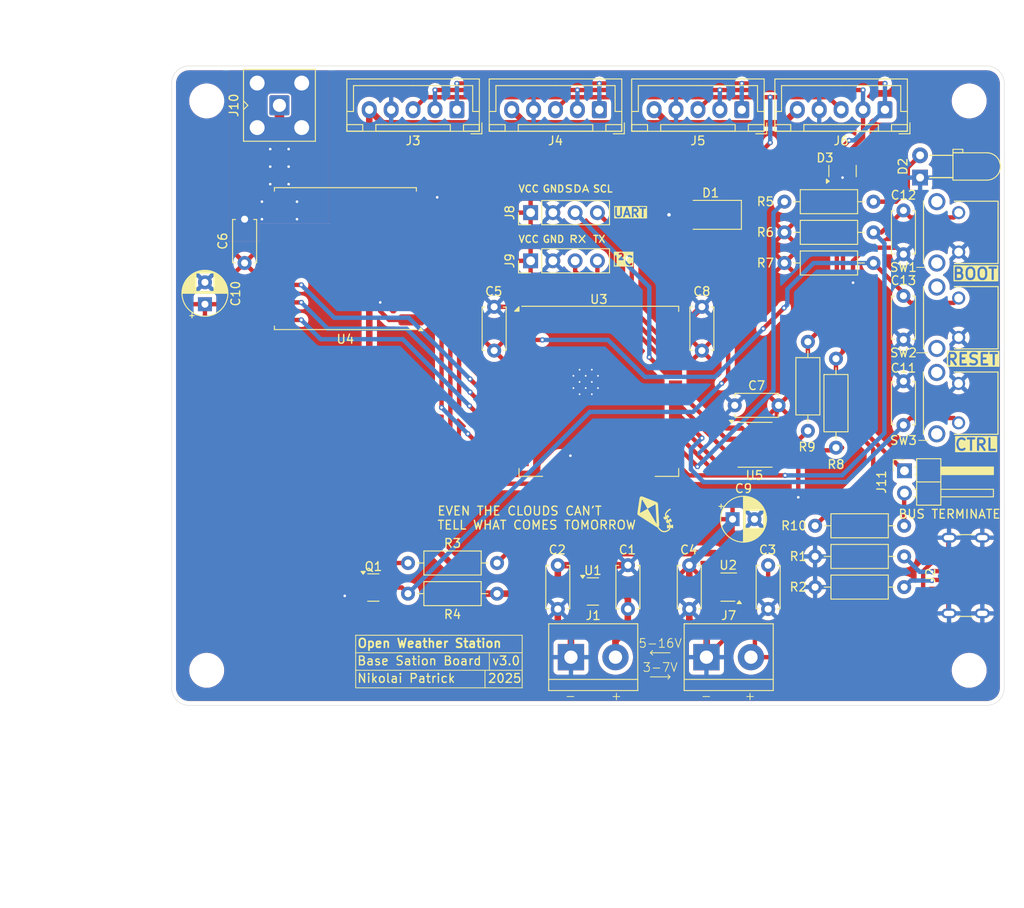
<source format=kicad_pcb>
(kicad_pcb (version 20241229) (generator "pcbnew") (generator_version "9.0")
  (layers (0 "F.Cu" signal) (2 "B.Cu" signal) (13 "F.Paste" user) (15 "B.Paste" user) (5 "F.SilkS" user "F.Silkscreen") (7 "B.SilkS" user "B.Silkscreen") (1 "F.Mask" user) (3 "B.Mask" user) (25 "Edge.Cuts" user))
  (net 0 "")
  (net 1 "+3.3V")
  (net 2 "GND")
  (net 3 "+5V")
  (net 4 "/BOOT")
  (net 5 "/ESP32_RESET")
  (net 6 "Net-(D2-A)")
  (net 7 "Net-(J2-CC1)")
  (net 8 "/SCL")
  (net 9 "/SDA")
  (net 10 "/ESP32_TX")
  (net 11 "/ESP32_RX")
  (net 12 "/LED_1")
  (net 13 "/BTN_1")
  (net 14 "/MOSI")
  (net 15 "/LORA_CS")
  (net 16 "/RS485_B")
  (net 17 "/RS485_A")
  (net 18 "Net-(J2-CC2)")
  (net 19 "/SCK")
  (net 20 "/MISO")
  (net 21 "Net-(J10-In)")
  (net 22 "Net-(J11-Pin_2)")
  (net 23 "Net-(U5-A)")
  (net 24 "/WAKEUP_EXT")
  (net 25 "Net-(U5-B)")
  (net 35 "/LORA_RESET")
  (net 38 "Net-(Q1-G)")
  (net 39 "/LORA_DIO2")
  (net 40 "/LORA_DIO1")
  (net 41 "/LORA_DIO0")
  (net 43 "/RS485_RE")
  (net 44 "/RS485_DE")
  (net 45 "/RS485_DI")
  (net 47 "/RS485_RO")
  (net 52 "/WAKEUP_IO")
  (net 53 "Net-(J1-Pin_2)")
  (footprint "Resistor_THT:R_Axial_DIN0207_L6.3mm_D2.5mm_P10.16mm_Horizontal" (layer "F.Cu") (at 140.23 75.62)
    (property "Reference" "R6")
    (property "Value" "10K")
  )
  (footprint "MountingHole:MountingHole_3.5mm" (layer "F.Cu") (at 161.31 125.62)
    (property "Reference" "H3" (hide yes))
    (property "Value" "Hole")
  )
  (footprint "Capacitor_THT:C_Disc_D4.7mm_W2.5mm_P5.00mm" (layer "F.Cu") (at 138.3725 113.62 -90)
    (property "Reference" "C3")
    (property "Value" "1uF")
  )
  (footprint "Connector_JST:JST_XH_B5B-XH-A_1x05_P2.50mm_Vertical" (layer "F.Cu") (at 119.11 61.62 180)
    (property "Reference" "J4")
    (property "Value" "PORT2")
  )
  (footprint "RF_Module:ESP32-WROOM-32UE" (layer "F.Cu") (at 119.055 93.77)
    (property "Reference" "U3")
    (property "Value" "ESP32-WROOM-32UE")
  )
  (footprint "Connector_JST:JST_XH_B5B-XH-A_1x05_P2.50mm_Vertical" (layer "F.Cu") (at 151.7 61.62 180)
    (property "Reference" "J6")
    (property "Value" "PORT4")
  )
  (footprint "push_switch_90deg:SW_1-1825027-1" (layer "F.Cu") (at 160.1 95.12 90)
    (property "Reference" "SW3")
    (property "Value" "BTN_1")
  )
  (footprint "LOGO" (layer "F.Cu") (at 125.56 107.87)
    (property "Reference" "G***" (hide yes))
    (property "Value" "LOGO" (hide yes))
  )
  (footprint "Resistor_THT:R_Axial_DIN0207_L6.3mm_D2.5mm_P10.16mm_Horizontal" (layer "F.Cu") (at 140.23 79.12)
    (property "Reference" "R7")
    (property "Value" "10K")
  )
  (footprint "Resistor_THT:R_Axial_DIN0207_L6.3mm_D2.5mm_P10.16mm_Horizontal" (layer "F.Cu") (at 146.11 100.2 90)
    (property "Reference" "R8")
    (property "Value" "10R")
  )
  (footprint "Connector_JST:JST_XH_B5B-XH-A_1x05_P2.50mm_Vertical" (layer "F.Cu") (at 135.36 61.62 180)
    (property "Reference" "J5")
    (property "Value" "PORT3")
  )
  (footprint "Connector_JST:JST_XH_B5B-XH-A_1x05_P2.50mm_Vertical" (layer "F.Cu") (at 102.86 61.62 180)
    (property "Reference" "J3")
    (property "Value" "PORT1")
  )
  (footprint "RF_Module:HOPERF_RFM9XW_SMD" (layer "F.Cu") (at 90.135 78.62 180)
    (property "Reference" "U4")
    (property "Value" "~")
  )
  (footprint "Package_TO_SOT_SMD:SOT-23-5_HandSoldering" (layer "F.Cu") (at 133.8725 116.12 180)
    (property "Reference" "U2")
    (property "Value" "STLQ015M33R")
  )
  (footprint "Resistor_THT:R_Axial_DIN0207_L6.3mm_D2.5mm_P10.16mm_Horizontal" (layer "F.Cu") (at 143.73 109.12)
    (property "Reference" "R10")
    (property "Value" "120R")
  )
  (footprint "Connector_PinHeader_2.54mm:PinHeader_1x04_P2.54mm_Vertical" (layer "F.Cu") (at 111.27 78.87 90)
    (property "Reference" "J9")
    (property "Value" "PROGRAM")
  )
  (footprint "Package_TO_SOT_SMD:SOT-23" (layer "F.Cu") (at 93.3275 116.17)
    (property "Reference" "Q1")
    (property "Value" "BSS138")
  )
  (footprint "Capacitor_THT:CP_Radial_D5.0mm_P2.50mm" (layer "F.Cu") (at 74.11 83.825113 90)
    (property "Reference" "C10")
    (property "Value" "10uF")
  )
  (footprint "MountingHole:MountingHole_3.5mm" (layer "F.Cu") (at 74.31 125.62)
    (property "Reference" "H2" (hide yes))
    (property "Value" "Hole")
  )
  (footprint "Connector_Coaxial:SMA_Amphenol_901-143_Horizontal" (layer "F.Cu") (at 82.61 61.12)
    (property "Reference" "J10")
    (property "Value" "ANTENNA")
  )
  (footprint "Resistor_THT:R_Axial_DIN0207_L6.3mm_D2.5mm_P10.16mm_Horizontal" (layer "F.Cu") (at 153.89 112.62 180)
    (property "Reference" "R1")
    (property "Value" "5K1")
  )
  (footprint "Capacitor_THT:C_Disc_D4.7mm_W2.5mm_P5.00mm" (layer "F.Cu") (at 78.635 79.12 90)
    (property "Reference" "C6")
    (property "Value" "0.1uF")
  )
  (footprint "Capacitor_THT:C_Disc_D4.7mm_W2.5mm_P5.00mm" (layer "F.Cu") (at 122.3725 118.62 90)
    (property "Reference" "C1")
    (property "Value" "1uF")
  )
  (footprint "Capacitor_THT:C_Disc_D4.7mm_W2.5mm_P5.00mm" (layer "F.Cu") (at 153.81 97.62 90)
    (property "Reference" "C11")
    (property "Value" "0.1uF")
  )
  (footprint "Capacitor_THT:C_Disc_D4.7mm_W2.5mm_P5.00mm" (layer "F.Cu") (at 153.81 82.87 -90)
    (property "Reference" "C13")
    (property "Value" "0.1uF")
  )
  (footprint "Diode_SMD:D_SMA" (layer "F.Cu") (at 131.81 73.62 180)
    (property "Reference" "D1")
    (property "Value" "SMAJ5.0A")
  )
  (footprint "Capacitor_THT:C_Disc_D4.7mm_W2.5mm_P5.00mm" (layer "F.Cu") (at 153.81 73.12 -90)
    (property "Reference" "C12")
    (property "Value" "0.1uF")
  )
  (footprint "Capacitor_THT:C_Disc_D4.7mm_W2.5mm_P5.00mm" (layer "F.Cu") (at 130.81 89.12 90)
    (property "Reference" "C8")
    (property "Value" "0.1uF")
  )
  (footprint "MountingHole:MountingHole_3.5mm" (layer "F.Cu") (at 161.31 60.62)
    (property "Reference" "H4" (hide yes))
    (property "Value" "Hole")
  )
  (footprint "Capacitor_THT:C_Disc_D4.7mm_W2.5mm_P5.00mm" (layer "F.Cu") (at 114.3725 113.62 -90)
    (property "Reference" "C2")
    (property "Value" "1uF")
  )
  (footprint "Resistor_THT:R_Axial_DIN0207_L6.3mm_D2.5mm_P10.16mm_Horizontal" (layer "F.Cu") (at 142.905 98.275 90)
    (property "Reference" "R9")
    (property "Value" "10R")
  )
  (footprint "push_switch_90deg:SW_1-1825027-1" (layer "F.Cu") (at 160.11 75.62 90)
    (property "Reference" "SW1")
    (property "Value" "BOOT")
  )
  (footprint "Resistor_THT:R_Axial_DIN0207_L6.3mm_D2.5mm_P10.16mm_Horizontal" (layer "F.Cu") (at 107.44 116.87 180)
    (property "Reference" "R4")
    (property "Value" "10k")
  )
  (footprint "Capacitor_THT:C_Disc_D4.7mm_W2.5mm_P5.00mm" (layer "F.Cu") (at 129.3725 113.62 -90)
    (property "Reference" "C4")
    (property "Value" "1uF")
  )
  (footprint "Connector_PinHeader_2.54mm:PinHeader_1x02_P2.54mm_Horizontal" (layer "F.Cu") (at 153.925 102.845)
    (property "Reference" "J11")
    (property "Value" "RS485_TERM")
  )
  (footprint "Resistor_THT:R_Axial_DIN0207_L6.3mm_D2.5mm_P10.16mm_Horizontal" (layer "F.Cu") (at 97.28 113.37)
    (property "Reference" "R3")
    (property "Value" "100R")
  )
  (footprint "Package_TO_SOT_SMD:SOT-23" (layer "F.Cu") (at 118.3725 116.62)
    (property "Reference" "U1")
    (property "Value" "MCP1703Ax-330xxTT")
  )
  (footprint "Capacitor_THT:CP_Radial_D5.0mm_P2.50mm" (layer "F.Cu") (at 134.31 108.37)
    (property "Reference" "C9")
    (property "Value" "10uF")
  )
  (footprint "MountingHole:MountingHole_3.5mm" (layer "F.Cu") (at 74.31 60.62)
    (property "Reference" "H1" (hide yes))
    (property "Value" "Hole")
  )
  (footprint "TerminalBlock:TerminalBlock_bornier-2_P5.08mm" (layer "F.Cu") (at 115.8725 124.12)
    (property "Reference" "J1")
    (property "Value" "5-16V")
  )
  (footprint "Capacitor_THT:C_Disc_D4.7mm_W2.5mm_P5.00mm" (layer "F.Cu") (at 107.11 89.12 90)
    (property "Reference" "C5")
    (property "Value" "0.1uF")
  )
  (footprint "TerminalBlock:TerminalBlock_bornier-2_P5.08mm" (layer "F.Cu") (at 131.3325 124.12)
    (property "Reference" "J7")
    (property "Value" "3.3-5V")
  )
  (footprint "Connector_USB:USB_C_Receptacle_GCT_USB4125-xx-x-0190_6P_TopMnt_Horizontal" (layer "F.Cu") (at 162.01 114.8 90)
    (property "Reference" "J2")
    (property "Value" "USB_PWR_IN")
  )
  (footprint "Connector_PinHeader_2.54mm:PinHeader_1x04_P2.54mm_Vertical" (layer "F.Cu") (at 111.27 73.37 90)
    (property "Reference" "J8")
    (property "Value" "I2C")
  )
  (footprint "Capacitor_THT:C_Disc_D4.7mm_W2.5mm_P5.00mm" (layer "F.Cu") (at 139.56 95.37 180)
    (property "Reference" "C7")
    (property "Value" "0.1uF")
  )
  (footprint "Package_SO:SOIC-8_3.9x4.9mm_P1.27mm" (layer "F.Cu") (at 136.88 99.87)
    (property "Reference" "U5")
    (property "Value" "SP3072EEN-L")
  )
  (footprint "Resistor_THT:R_Axial_DIN0207_L6.3mm_D2.5mm_P10.16mm_Horizontal" (layer "F.Cu") (at 140.23 72.12)
    (property "Reference" "R5")
    (property "Value" "1K")
  )
  (footprint "Resistor_THT:R_Axial_DIN0207_L6.3mm_D2.5mm_P10.16mm_Horizontal" (layer "F.Cu") (at 153.89 116.12 180)
    (property "Reference" "R2")
    (property "Value" "5K1")
  )
  (footprint "Package_TO_SOT_SMD:SOT-23" (layer "F.Cu") (at 146.86 68.62 90)
    (property "Reference" "D3")
    (property "Value" "SM712_SOT23")
  )
  (footprint "push_switch_90deg:SW_1-1825027-1" (layer "F.Cu") (at 160.11 85.37 90)
    (property "Reference" "SW2")
    (property "Value" "RESET")
  )
  (footprint "LED_THT:LED_D3.0mm_Horizontal_O3.81mm_Z2.0mm" (layer "F.Cu") (at 155.71 69.37 90)
    (property "Reference" "D2")
    (property "Value" "LED_1")
  )
  (gr_line (start 91.31 127.62) (end 110.31 127.62) (stroke (width 0.1)) (layer "F.SilkS"))
  (gr_line (start 155.56 99.37) (end 156.56 99.37) (stroke (width 0.1)) (layer "F.SilkS"))
  (gr_line (start 124.935 123.62) (end 125.185 123.37) (stroke (width 0.1)) (layer "F.SilkS"))
  (gr_line (start 124.935 123.62) (end 125.185 123.87) (stroke (width 0.1)) (layer "F.SilkS"))
  (gr_line (start 110.31 125.62) (end 91.31 125.62) (stroke (width 0.1)) (layer "F.SilkS"))
  (gr_line (start 127.185 123.62) (end 124.935 123.62) (stroke (width 0.1)) (layer "F.SilkS"))
  (gr_line (start 155.31 89.37) (end 156.56 89.37) (stroke (width 0.1)) (layer "F.SilkS"))
  (gr_line (start 110.31 121.62) (end 91.31 121.62) (stroke (width 0.1)) (layer "F.SilkS"))
  (gr_line (start 91.31 123.62) (end 110.31 123.62) (stroke (width 0.1)) (layer "F.SilkS"))
  (gr_line (start 91.31 121.62) (end 91.31 127.62) (stroke (width 0.1)) (layer "F.SilkS"))
  (gr_line (start 155.31 79.62) (end 156.31 79.62) (stroke (width 0.1)) (layer "F.SilkS"))
  (gr_line (start 106.06 127.62) (end 106.06 125.62) (stroke (width 0.1)) (layer "F.SilkS"))
  (gr_line (start 106.56 123.62) (end 106.56 125.62) (stroke (width 0.1)) (layer "F.SilkS"))
  (gr_line (start 110.31 127.62) (end 110.31 121.62) (stroke (width 0.1)) (layer "F.SilkS"))
  (gr_line (start 127.185 126.37) (end 126.935 126.62) (stroke (width 0.1)) (layer "F.SilkS"))
  (gr_line (start 126.935 126.12) (end 127.185 126.37) (stroke (width 0.1)) (layer "F.SilkS"))
  (gr_line (start 124.935 126.37) (end 127.185 126.37) (stroke (width 0.1)) (layer "F.SilkS"))
  (gr_arc (start 165.31 127.62) (mid 164.724214 129.034214) (end 163.31 129.62) (stroke (width 0.05)) (layer "Edge.Cuts"))
  (gr_arc (start 72.31 129.62) (mid 70.895786 129.034214) (end 70.31 127.62) (stroke (width 0.05)) (layer "Edge.Cuts"))
  (gr_line (start 72.31 56.62) (end 163.31 56.62) (stroke (width 0.05)) (layer "Edge.Cuts"))
  (gr_arc (start 70.31 58.62) (mid 70.895786 57.205786) (end 72.31 56.62) (stroke (width 0.05)) (layer "Edge.Cuts"))
  (gr_line (start 163.31 129.62) (end 72.31 129.62) (stroke (width 0.05)) (layer "Edge.Cuts"))
  (gr_line (start 70.31 127.62) (end 70.31 58.62) (stroke (width 0.05)) (layer "Edge.Cuts"))
  (gr_arc (start 163.31 56.62) (mid 164.724214 57.205786) (end 165.31 58.62) (stroke (width 0.05)) (layer "Edge.Cuts"))
  (gr_line (start 165.31 58.62) (end 165.31 127.62) (stroke (width 0.05)) (layer "Edge.Cuts"))
  (gr_text "BOOT" (at 159.31 81.12 0) (layer "F.SilkS" knockout) (effects (font (size 1.3 1.3) (thickness 0.25) (bold yes)) (justify left bottom)))
  (gr_text "-" (at 131.31 129.12 0) (layer "F.SilkS") (effects (font (size 1 1) (thickness 0.1)) (justify bottom)))
  (gr_text "VCC" (at 109.81 76.87 0) (layer "F.SilkS") (effects (font (size 0.8 0.8) (thickness 0.15) (bold yes)) (justify left bottom)))
  (gr_text "GND" (at 112.56 71.12 0) (layer "F.SilkS") (effects (font (size 0.8 0.8) (thickness 0.15) (bold yes)) (justify left bottom)))
  (gr_text "2025" (at 106.31 127.12 0) (layer "F.SilkS") (effects (font (size 1 1)) (justify left bottom)))
  (gr_text "CTRL" (at 159.56 100.62 0) (layer "F.SilkS" knockout) (effects (font (size 1.3 1.3) (thickness 0.25) (bold yes)) (justify left bottom)))
  (gr_text "Nikolai Patrick" (at 91.41 127.12 0) (layer "F.SilkS") (effects (font (size 1 1)) (justify left bottom)))
  (gr_text "GND" (at 112.56 76.87 0) (layer "F.SilkS") (effects (font (size 0.8 0.8) (thickness 0.15) (bold yes)) (justify left bottom)))
  (gr_text "BUS TERMINATE" (at 159.06 108.37 0) (layer "F.SilkS") (effects (font (size 1 1)) (justify bottom)))
  (gr_text "5-16V" (at 126.06 123.12 0) (layer "F.SilkS") (effects (font (size 1 1) (thickness 0.1)) (justify bottom)))
  (gr_text "+" (at 136.31 129.12 0) (layer "F.SilkS") (effects (font (size 1 1) (thickness 0.1)) (justify bottom)))
  (gr_text "-" (at 115.81 129.12 0) (layer "F.SilkS") (effects (font (size 1 1) (thickness 0.1)) (justify bottom)))
  (gr_text "SDA" (at 115.06 71.12 0) (layer "F.SilkS") (effects (font (size 0.8 1) (thickness 0.15) (bold yes)) (justify left bottom)))
  (gr_text "SCL\n" (at 118.31 71.12 0) (layer "F.SilkS") (effects (font (size 0.8 0.8) (thickness 0.15) (bold yes)) (justify left bottom)))
  (gr_text "Base Sation Board" (at 91.41 125.12 0) (layer "F.SilkS") (effects (font (size 1 1)) (justify left bottom)))
  (gr_text "I²C" (at 121.86 78.87 0) (layer "F.SilkS" knockout) (effects (font (size 1 1) (thickness 0.2) (bold yes))))
  (gr_text "TX" (at 118.31 76.87 0) (layer "F.SilkS") (effects (font (size 0.8 0.8) (thickness 0.15) (bold yes)) (justify left bottom)))
  (gr_text "Open Weather Station" (at 91.41 123.12 0) (layer "F.SilkS") (effects (font (size 1 1) (thickness 0.2) (bold yes)) (justify left bottom)))
  (gr_text "RX" (at 115.56 76.87 0) (layer "F.SilkS") (effects (font (size 0.8 1) (thickness 0.15) (bold yes)) (justify left bottom)))
  (gr_text "VCC" (at 109.81 71.12 0) (layer "F.SilkS") (effects (font (size 0.8 0.8) (thickness 0.15) (bold yes)) (justify left bottom)))
  (gr_text "v3.0" (at 106.81 125.12 0) (layer "F.SilkS") (effects (font (size 1 1)) (justify left bottom)))
  (gr_text "UART" (at 122.61 73.37 0) (layer "F.SilkS" knockout) (effects (font (size 1 1) (thickness 0.2) (bold yes))))
  (gr_text "3-7V" (at 126.06 125.87 0) (layer "F.SilkS") (effects (font (size 1 1) (thickness 0.1)) (justify bottom)))
  (gr_text "EVEN THE CLOUDS CAN'T\nTELL WHAT COMES TOMORROW" (at 100.56 109.62 0) (layer "F.SilkS") (effects (font (size 1 1)) (justify left bottom)))
  (gr_text "+" (at 121.06 129.12 0) (layer "F.SilkS") (effects (font (size 1 1) (thickness 0.1)) (justify bottom)))
  (gr_text "RESET" (at 158.56 90.87 0) (layer "F.SilkS" knockout) (effects (font (size 1.3 1.3) (thickness 0.25) (bold yes)) (justify left bottom)))
  (segment (start 139.355 95.575) (end 139.56 95.37) (width 0.5) (layer "F.Cu") (net 1))
  (segment (start 129.3725 115.6325) (end 129.3725 113.92) (width 0.75) (layer "F.Cu") (net 1))
  (segment (start 129.3725 113.92) (end 129.3725 113.62) (width 0.5) (layer "F.Cu") (net 1))
  (segment (start 139.355 97.965) (end 139.355 95.575) (width 0.5) (layer "F.Cu") (net 1))
  (segment (start 130.81 117.07) (end 129.3725 115.6325) (width 0.75) (layer "F.Cu") (net 1))
  (segment (start 132.5225 117.07) (end 130.81 117.07) (width 0.75) (layer "F.Cu") (net 1))
  (segment (start 134.31 108.67) (end 134.31 108.37) (width 1) (layer "B.Cu") (net 1))
  (segment (start 129.3725 113.62) (end 129.3725 113.6075) (width 1) (layer "B.Cu") (net 1))
  (segment (start 134.31 108.6825) (end 134.31 108.37) (width 0.5) (layer "B.Cu") (net 1))
  (segment (start 129.3725 113.6075) (end 134.31 108.67) (width 1) (layer "B.Cu") (net 1))
  (segment (start 107.11 84.12) (end 109.065 84.12) (width 0.5) (layer "F.Cu") (net 2))
  (segment (start 119.06 115.67) (end 121.11 113.62) (width 0.75) (layer "F.Cu") (net 2))
  (segment (start 114.508 101.12) (end 115.81 101.12) (width 0.5) (layer "F.Cu") (net 2))
  (segment (start 141.81 105.87) (end 141.81 102.525) (width 0.5) (layer "F.Cu") (net 2))
  (segment (start 129.81 73.62) (end 127.06 73.62) (width 1) (layer "F.Cu") (net 2))
  (segment (start 135.2225 116.12) (end 134.442501 116.12) (width 0.5) (layer "F.Cu") (net 2))
  (segment (start 149.56 77.37) (end 148.06 78.87) (width 0.5) (layer "F.Cu") (net 2))
  (segment (start 109.065 84.12) (end 110.305 85.36) (width 0.5) (layer "F.Cu") (net 2))
  (segment (start 158.93 110.56) (end 159.01 110.48) (width 0.5) (layer "F.Cu") (net 2))
  (segment (start 158.93 117.55) (end 158.93 119.04) (width 0.5) (layer "F.Cu") (net 2))
  (segment (start 153.81 78.12) (end 153.06 77.37) (width 0.5) (layer "F.Cu") (net 2))
  (segment (start 148.06 78.87) (end 148.06 81.37) (width 0.5) (layer "F.Cu") (net 2))
  (segment (start 114.3725 118.62) (end 114.3725 120.1325) (width 0.75) (layer "F.Cu") (net 2))
  (segment (start 127.805 85.36) (end 129.57 85.36) (width 0.75) (layer "F.Cu") (net 2))
  (segment (start 114.3725 120.1325) (end 115.8725 121.6325) (width 0.75) (layer "F.Cu") (net 2))
  (segment (start 121.11 113.62) (end 122.3725 113.62) (width 0.75) (layer "F.Cu") (net 2))
  (segment (start 97.66 71.62) (end 100.61 71.62) (width 0.75) (layer "F.Cu") (net 2))
  (segment (start 97.66 85.62) (end 95.11 85.62) (width 0.5) (layer "F.Cu") (net 2))
  (segment (start 113.34 103.12) (end 113.34 102.288) (width 0.5) (layer "F.Cu") (net 2))
  (segment (start 131.36 121.87) (end 131.36 124.0925) (width 0.75) (layer "F.Cu") (net 2))
  (segment (start 158.93 119.04) (end 159.01 119.12) (width 0.5) (layer "F.Cu") (net 2))
  (segment (start 129.57 85.36) (end 130.81 84.12) (width 0.75) (layer "F.Cu") (net 2))
  (segment (start 129.3725 119.8825) (end 131.36 121.87) (width 0.75) (layer "F.Cu") (net 2))
  (segment (start 133.86 116.702501) (end 133.86 121.5925) (width 0.5) (layer "F.Cu") (net 2))
  (segment (start 133.86 121.5925) (end 131.3325 124.12) (width 0.5) (layer "F.Cu") (net 2))
  (segment (start 141.06 101.775) (end 139.355 101.775) (width 0.5) (layer "F.Cu") (net 2))
  (segment (start 115.8725 121.6325) (end 115.8725 124.12) (width 0.75) (layer "F.Cu") (net 2))
  (segment (start 141.81 102.525) (end 141.06 101.775) (width 0.5) (layer "F.Cu") (net 2))
  (segment (start 95.11 85.62) (end 94.11 84.62) (width 0.5) (layer "F.Cu") (net 2))
  (segment (start 113.34 102.288) (end 114.508 101.12) (width 0.5) (layer "F.Cu") (net 2))
  (segment (start 131.36 124.0925) (end 131.3325 124.12) (width 0.75) (layer "F.Cu") (net 2))
  (segment (start 94.11 84.62) (end 94.11 83.62) (width 0.5) (layer "F.Cu") (net 2))
  (segment (start 158.93 112.05) (end 158.93 110.56) (width 0.5) (layer "F.Cu") (net 2))
  (segment (start 146.86 69.37) (end 146.86 67.6825) (width 0.5) (layer "F.Cu") (net 2))
  (segment (start 117.435 115.67) (end 119.06 115.67) (width 0.75) (layer "F.Cu") (net 2))
  (segment (start 134.442501 116.12) (end 133.86 116.702501) (width 0.5) (layer "F.Cu") (net 2))
  (segment (start 92.39 117.12) (end 90.06 117.12) (width 0.5) (layer "F.Cu") (net 2))
  (segment (start 129.3725 118.62) (end 129.3725 119.8825) (width 0.75) (layer "F.Cu") (net 2))
  (segment (start 153.06 77.37) (end 149.56 77.37) (width 0.5) (layer "F.Cu") (net 2))
  (via (at 100.61 71.62) (size 0.6) (drill 0.3) (layers "F.Cu" "B.Cu") (net 2))
  (via (at 84.61 72.12) (size 0.6) (drill 0.3) (layers "F.Cu" "B.Cu") (net 2))
  (via (at 94.11 83.62) (size 0.6) (drill 0.3) (layers "F.Cu" "B.Cu") (net 2))
  (via (at 83.66 66.12) (size 0.6) (drill 0.3) (layers "F.Cu" "B.Cu") (net 2))
  (via (at 141.81 105.87) (size 0.6) (drill 0.3) (layers "F.Cu" "B.Cu") (net 2))
  (via (at 127.06 73.62) (size 1.2) (drill 0.4) (layers "F.Cu" "B.Cu") (net 2))
  (via (at 90.06 117.12) (size 0.6) (drill 0.3) (layers "F.Cu" "B.Cu") (net 2))
  (via (at 81.56 68.12) (size 0.6) (drill 0.3) (layers "F.Cu" "B.Cu") (net 2))
  (via (at 115.81 101.12) (size 0.6) (drill 0.3) (layers "F.Cu" "B.Cu") (net 2))
  (via (at 81.56 70.12) (size 0.6) (drill 0.3) (layers "F.Cu" "B.Cu") (net 2))
  (via (at 80.61 74.12) (size 0.6) (drill 0.3) (layers "F.Cu" "B.Cu") (net 2))
  (via (at 148.06 81.37) (size 0.6) (drill 0.3) (layers "F.Cu" "B.Cu") (net 2))
  (via (at 84.61 74.12) (size 0.6) (drill 0.3) (layers "F.Cu" "B.Cu") (net 2))
  (via (at 81.56 66.12) (size 0.6) (drill 0.3) (layers "F.Cu" "B.Cu") (net 2))
  (via (at 83.66 70.12) (size 0.6) (drill 0.3) (layers "F.Cu" "B.Cu") (net 2))
  (via (at 80.61 72.12) (size 0.6) (drill 0.3) (layers "F.Cu" "B.Cu") (net 2))
  (via (at 146.86 69.37) (size 0.6) (drill 0.3) (layers "F.Cu" "B.Cu") (net 2))
  (via (at 83.66 68.12) (size 0.6) (drill 0.3) (layers "F.Cu" "B.Cu") (net 2))
  (segment (start 136.86 116.62) (end 138.3725 115.1075) (width 0.5) (layer "F.Cu") (net 3))
  (segment (start 138.3725 115.1075) (end 138.3725 113.62) (width 0.5) (layer "F.Cu") (net 3))
  (segment (start 157.087925 113.28) (end 156.06 114.307925) (width 0.5) (layer "F.Cu") (net 3))
  (segment (start 140.149 63.171) (end 126.911 63.171) (width 0.75) (layer "F.Cu") (net 3))
  (segment (start 117.716624 113.62) (end 119.092624 112.244) (width 0.75) (layer "F.Cu") (net 3))
  (segment (start 136.86 115.87) (end 136.16 115.17) (width 0.5) (layer "F.Cu") (net 3))
  (segment (start 136.16 115.17) (end 135.2225 115.17) (width 0.5) (layer "F.Cu") (net 3))
  (segment (start 136.86 116.87) (end 136.86 116.62) (width 0.5) (layer "F.Cu") (net 3))
  (segment (start 110.661 63.171) (end 94.411 63.171) (width 0.75) (layer "F.Cu") (net 3))
  (segment (start 114.3725 113.62) (end 117.716624 113.62) (width 0.75) (layer "F.Cu") (net 3))
  (segment (start 136.86 116.87) (end 136.86 115.87) (width 0.5) (layer "F.Cu") (net 3))
  (segment (start 119.092624 112.244) (end 132.2965 112.244) (width 0.75) (layer "F.Cu") (net 3))
  (segment (start 110.661 63.171) (end 109.11 61.62) (width 0.75) (layer "F.Cu") (net 3))
  (segment (start 126.911 63.171) (end 110.661 63.171) (width 0.75) (layer "F.Cu") (net 3))
  (segment (start 156.06 117.12) (end 149.06 124.12) (width 0.5) (layer "F.Cu") (net 3))
  (segment (start 114.3725 115.1075) (end 112.61 116.87) (width 0.75) (layer "F.Cu") (net 3))
  (segment (start 136.06 117.07) (end 136.86 117.87) (width 0.5) (layer "F.Cu") (net 3))
  (segment (start 105.61 116.87) (end 92.86 104.12) (width 0.75) (layer "F.Cu") (net 3))
  (segment (start 136.86 117.87) (end 136.86 116.87) (width 0.5) (layer "F.Cu") (net 3))
  (segment (start 117.435 117.57) (end 116.735 116.87) (width 0.75) (layer "F.Cu") (net 3))
  (segment (start 114.3725 113.62) (end 114.3725 115.1075) (width 0.75) (layer "F.Cu") (net 3))
  (segment (start 136.86 123.6725) (end 136.86 117.87) (width 0.5) (layer "F.Cu") (net 3))
  (segment (start 141.7 61.62) (end 140.149 63.171) (width 0.75) (layer "F.Cu") (net 3))
  (segment (start 158.93 113.28) (end 157.087925 113.28) (width 0.5) (layer "F.Cu") (net 3))
  (segment (start 116.735 116.87) (end 112.61 116.87) (width 0.75) (layer "F.Cu") (net 3))
  (segment (start 94.411 63.171) (end 92.86 61.62) (width 0.75) (layer "F.Cu") (net 3))
  (segment (start 135.2225 117.07) (end 136.06 117.07) (width 0.5) (layer "F.Cu") (net 3))
  (segment (start 92.86 104.12) (end 92.86 61.44) (width 0.75) (layer "F.Cu") (net 3))
  (segment (start 156.86 116.32) (end 156.06 117.12) (width 0.5) (layer "F.Cu") (net 3))
  (segment (start 136.4125 124.12) (end 136.86 123.6725) (width 0.5) (layer "F.Cu") (net 3))
  (segment (start 112.61 116.87) (end 105.61 116.87) (width 0.75) (layer "F.Cu") (net 3))
  (segment (start 156.06 114.307925) (end 156.06 117.12) (width 0.5) (layer "F.Cu") (net 3))
  (segment (start 126.911 63.171) (end 125.36 61.62) (width 0.75) (layer "F.Cu") (net 3))
  (segment (start 132.2965 112.244) (end 135.2225 115.17) (width 0.75) (layer "F.Cu") (net 3))
  (segment (start 149.06 124.12) (end 136.4125 124.12) (width 0.5) (layer "F.Cu") (net 3))
  (segment (start 158.93 116.32) (end 156.86 116.32) (width 0.5) (layer "F.Cu") (net 3))
  (segment (start 140.31 103.37) (end 129.305 103.37) (width 0.5) (layer "F.Cu") (net 4))
  (segment (start 159.560001 73.919999) (end 160.11 73.37) (width 0.5) (layer "F.Cu") (net 4))
  (segment (start 151.31 75.62) (end 153.81 73.12) (width 0.5) (layer "F.Cu") (net 4))
  (segment (start 153.81 73.12) (end 154.609999 73.919999) (width 0.5) (layer "F.Cu") (net 4))
  (segment (start 154.609999 73.919999) (end 159.560001 73.919999) (width 0.5) (layer "F.Cu") (net 4))
  (segment (start 129.305 103.37) (end 127.805 101.87) (width 0.5) (layer "F.Cu") (net 4))
  (segment (start 150.39 75.62) (end 151.31 75.62) (width 0.5) (layer "F.Cu") (net 4))
  (via (at 140.31 103.37) (size 0.6) (drill 0.3) (layers "F.Cu" "B.Cu") (net 4))
  (segment (start 146.81 103.37) (end 151.641 98.539) (width 0.5) (layer "B.Cu") (net 4))
  (segment (start 151.641 98.539) (end 151.641 76.871) (width 0.5) (layer "B.Cu") (net 4))
  (segment (start 151.641 76.871) (end 150.39 75.62) (width 0.5) (layer "B.Cu") (net 4))
  (segment (start 140.31 103.37) (end 146.81 103.37) (width 0.5) (layer "B.Cu") (net 4))
  (segment (start 153.81 82.54) (end 153.81 82.87) (width 0.5) (layer "F.Cu") (net 5))
  (segment (start 153.81 82.87) (end 154.609999 83.669999) (width 0.5) (layer "F.Cu") (net 5))
  (segment (start 140.185 84.245) (end 137.81 86.62) (width 0.5) (layer "F.Cu") (net 5))
  (segment (start 159.560001 83.669999) (end 160.11 83.12) (width 0.5) (layer "F.Cu") (net 5))
  (segment (start 112.61 87.9) (end 110.305 87.9) (width 0.5) (layer "F.Cu") (net 5))
  (segment (start 154.609999 83.669999) (end 159.560001 83.669999) (width 0.5) (layer "F.Cu") (net 5))
  (segment (start 150.39 79.12) (end 153.81 82.54) (width 0.5) (layer "F.Cu") (net 5))
  (via (at 140.185 84.245) (size 0.6) (drill 0.3) (layers "F.Cu" "B.Cu") (net 5))
  (via (at 137.81 86.62) (size 0.6) (drill 0.3) (layers "F.Cu" "B.Cu") (net 5))
  (via (at 112.61 87.9) (size 0.6) (drill 0.3) (layers "F.Cu" "B.Cu") (net 5))
  (segment (start 120.09 87.9) (end 124.31 92.12) (width 0.5) (layer "B.Cu") (net 5))
  (segment (start 140.56 83.87) (end 140.56 82.12) (width 0.5) (layer "B.Cu") (net 5))
  (segment (start 124.31 92.12) (end 132.31 92.12) (width 0.5) (layer "B.Cu") (net 5))
  (segment (start 132.31 92.12) (end 137.81 86.62) (width 0.5) (layer "B.Cu") (net 5))
  (segment (start 140.185 84.245) (end 140.56 83.87) (width 0.5) (layer "B.Cu") (net 5))
  (segment (start 143.56 79.12) (end 150.39 79.12) (width 0.5) (layer "B.Cu") (net 5))
  (segment (start 112.61 87.9) (end 120.09 87.9) (width 0.5) (layer "B.Cu") (net 5))
  (segment (start 140.56 82.12) (end 143.56 79.12) (width 0.5) (layer "B.Cu") (net 5))
  (segment (start 154.31 70.77) (end 154.31 68.23) (width 0.5) (layer "F.Cu") (net 6))
  (segment (start 152.96 72.12) (end 154.31 70.77) (width 0.5) (layer "F.Cu") (net 6))
  (segment (start 150.39 72.12) (end 152.96 72.12) (width 0.5) (layer "F.Cu") (net 6))
  (segment (start 155.68 66.83) (end 155.71 66.83) (width 0.5) (layer "F.Cu") (net 6))
  (segment (start 154.31 68.23) (end 155.71 66.83) (width 0.5) (layer "F.Cu") (net 6))
  (segment (start 157.13 115.3) (end 157.06 115.37) (width 0.5) (layer "F.Cu") (net 7))
  (segment (start 158.93 115.3) (end 157.13 115.3) (width 0.5) (layer "F.Cu") (net 7))
  (via (at 157.06 115.37) (size 0.6) (drill 0.3) (layers "F.Cu" "B.Cu") (net 7))
  (segment (start 157.06 115.37) (end 154.64 115.37) (width 0.5) (layer "B.Cu") (net 7))
  (segment (start 154.64 115.37) (end 153.89 116.12) (width 0.5) (layer "B.Cu") (net 7))
  (segment (start 126.433162 87.9) (end 127.805 87.9) (width 0.5) (layer "F.Cu") (net 8))
  (segment (start 122.81 77.29) (end 122.81 84.276838) (width 0.5) (layer "F.Cu") (net 8))
  (segment (start 122.81 84.276838) (end 126.433162 87.9) (width 0.5) (layer "F.Cu") (net 8))
  (segment (start 118.89 73.37) (end 122.81 77.29) (width 0.5) (layer "F.Cu") (net 8))
  (segment (start 126.56 91.62) (end 127.715 91.62) (width 0.5) (layer "F.Cu") (net 9))
  (segment (start 124.81 89.87) (end 126.56 91.62) (width 0.5) (layer "F.Cu") (net 9))
  (segment (start 127.715 91.62) (end 127.805 91.71) (width 0.5) (layer "F.Cu") (net 9))
  (segment (start 116.35 73.37) (end 116.35 73.41) (width 0.5) (layer "F.Cu") (net 9))
  (via (at 124.81 89.87) (size 0.6) (drill 0.3) (layers "F.Cu" "B.Cu") (net 9))
  (segment (start 124.81 81.87) (end 118.06 75.12) (width 0.5) (layer "B.Cu") (net 9))
  (segment (start 124.81 89.87) (end 124.81 81.87) (width 0.5) (layer "B.Cu") (net 9))
  (segment (start 118.06 75.08) (end 116.35 73.37) (width 0.5) (layer "B.Cu") (net 9))
  (segment (start 118.06 75.12) (end 118.06 75.08) (width 0.5) (layer "B.Cu") (net 9))
  (segment (start 118.89 81.50504) (end 118.89 78.87) (width 0.5) (layer "F.Cu") (net 10))
  (segment (start 126.61 89.17) (end 126.041 88.601) (width 0.5) (layer "F.Cu") (net 10))
  (segment (start 126.041 88.601) (end 125.98596 88.601) (width 0.5) (layer "F.Cu") (net 10))
  (segment (start 127.805 89.17) (end 126.61 89.17) (width 0.5) (layer "F.Cu") (net 10))
  (segment (start 125.98596 88.601) (end 118.89 81.50504) (width 0.5) (layer "F.Cu") (net 10))
  (segment (start 116.35 80.07208) (end 126.71792 90.44) (width 0.5) (layer "F.Cu") (net 11))
  (segment (start 116.35 78.87) (end 116.35 80.07208) (width 0.5) (layer "F.Cu") (net 11))
  (segment (start 126.71792 90.44) (end 127.805 90.44) (width 0.5) (layer "F.Cu") (net 11))
  (segment (start 127.805 100.6) (end 128.54 100.6) (width 0.5) (layer "F.Cu") (net 12))
  (segment (start 128.54 100.6) (end 130.31 102.37) (width 0.5) (layer "F.Cu") (net 12))
  (via (at 130.31 102.37) (size 0.6) (drill 0.3) (layers "F.Cu" "B.Cu") (net 12))
  (segment (start 138.979 73.371) (end 140.23 72.12) (width 0.5) (layer "B.Cu") (net 12))
  (segment (start 130.31 102.37) (end 138.979 93.701) (width 0.5) (layer "B.Cu") (net 12))
  (segment (start 138.979 93.701) (end 138.979 73.371) (width 0.5) (layer "B.Cu") (net 12))
  (segment (start 127.805 96.79) (end 128.488662 96.79) (width 0.5) (layer "F.Cu") (net 13))
  (segment (start 159.550001 96.820001) (end 160.1 97.37) (width 0.5) (layer "F.Cu") (net 13))
  (segment (start 153.81 97.62) (end 154.609999 96.820001) (width 0.5) (layer "F.Cu") (net 13))
  (segment (start 154.609999 96.820001) (end 159.550001 96.820001) (width 0.5) (layer "F.Cu") (net 13))
  (segment (start 128.488662 96.79) (end 130.814331 99.115669) (width 0.5) (layer "F.Cu") (net 13))
  (via (at 130.814331 99.115669) (size 0.6) (drill 0.3) (layers "F.Cu" "B.Cu") (net 13))
  (segment (start 130.998925 104.121) (end 147.309 104.121) (width 0.5) (layer "B.Cu") (net 13))
  (segment (start 129.56 102.682075) (end 130.998925 104.121) (width 0.5) (layer "B.Cu") (net 13))
  (segment (start 147.309 104.121) (end 153.81 97.62) (width 0.5) (layer "B.Cu") (net 13))
  (segment (start 129.56 100.37) (end 129.56 102.682075) (width 0.5) (layer "B.Cu") (net 13))
  (segment (start 130.814331 99.115669) (end 129.56 100.37) (width 0.5) (layer "B.Cu") (net 13))
  (segment (start 99.61 81.62) (end 102.11 84.12) (width 0.5) (layer "F.Cu") (net 14))
  (segment (start 106.11 104.321) (end 114.241 104.321) (width 0.5) (layer "F.Cu") (net 14))
  (segment (start 114.61 103.952) (end 114.61 103.12) (width 0.5) (layer "F.Cu") (net 14))
  (segment (start 102.11 100.321) (end 106.11 104.321) (width 0.5) (layer "F.Cu") (net 14))
  (segment (start 102.11 84.12) (end 102.11 100.321) (width 0.5) (layer "F.Cu") (net 14))
  (segment (start 97.66 81.62) (end 99.61 81.62) (width 0.5) (layer "F.Cu") (net 14))
  (segment (start 114.241 104.321) (end 114.61 103.952) (width 0.5) (layer "F.Cu") (net 14))
  (segment (start 104.11 83.05977) (end 104.11 90.708182) (width 0.5) (layer "F.Cu") (net 15))
  (segment (start 97.66 77.62) (end 98.67023 77.62) (width 0.5) (layer "F.Cu") (net 15))
  (segment (start 104.11 90.708182) (end 108.921818 95.52) (width 0.5) (layer "F.Cu") (net 15))
  (segment (start 108.921818 95.52) (end 110.305 95.52) (width 0.5) (layer "F.Cu") (net 15))
  (segment (start 98.67023 77.62) (end 104.11 83.05977) (width 0.5) (layer "F.Cu") (net 15))
  (segment (start 146.11 96.111364) (end 146.11 96.12) (width 0.5) (layer "F.Cu") (net 16))
  (segment (start 146.208999 69.856499) (end 145.91 69.5575) (width 0.5) (layer "F.Cu") (net 16))
  (segment (start 146.11 96.12) (end 150.36 100.37) (width 0.5) (layer "F.Cu") (net 16))
  (segment (start 145.409 92.419) (end 145.409 95.410364) (width 0.5) (layer "F.Cu") (net 16))
  (segment (start 145.409 95.410364) (end 146.11 96.111364) (width 0.5) (layer "F.Cu") (net 16))
  (segment (start 146.208999 84.811001) (end 146.208999 69.856499) (width 0.5) (layer "F.Cu") (net 16))
  (segment (start 145.91 69.5575) (end 145.91 67.0409) (width 0.5) (layer "F.Cu") (net 16))
  (segment (start 150.36 102.49) (end 143.73 109.12) (width 0.5) (layer "F.Cu") (net 16))
  (segment (start 119.11 58.62) (end 102.86 58.62) (width 0.5) (layer "F.Cu") (net 16))
  (segment (start 142.905 89.915) (end 145.409 92.419) (width 0.5) (layer "F.Cu") (net 16))
  (segment (start 142.905 88.115) (end 142.905 89.915) (width 0.5) (layer "F.Cu") (net 16))
  (segment (start 151.7 58.62) (end 135.36 58.62) (width 0.5) (layer "F.Cu") (net 16))
  (segment (start 145.91 67.0409) (end 145.91 66.82) (width 0.5) (layer "F.Cu") (net 16))
  (segment (start 135.36 58.62) (end 119.11 58.62) (width 0.5) (layer "F.Cu") (net 16))
  (segment (start 142.905 88.115) (end 146.208999 84.811001) (width 0.5) (layer "F.Cu") (net 16))
  (segment (start 145.91 66.82) (end 147.61 65.12) (width 0.5) (layer "F.Cu") (net 16))
  (segment (start 150.36 100.37) (end 150.36 102.49) (width 0.5) (layer "F.Cu") (net 16))
  (via (at 119.11 58.62) (size 0.6) (drill 0.3) (layers "F.Cu" "B.Cu") (net 16))
  (via (at 151.7 58.62) (size 0.6) (drill 0.3) (layers "F.Cu" "B.Cu") (net 16))
  (via (at 135.36 58.62) (size 0.6) (drill 0.3) (layers "F.Cu" "B.Cu") (net 16))
  (via (at 147.61 65.12) (size 0.6) (drill 0.3) (layers "F.Cu" "B.Cu") (net 16))
  (via (at 102.86 58.62) (size 0.6) (drill 0.3) (layers "F.Cu" "B.Cu") (net 16))
  (segment (start 102.86 61.62) (end 102.86 58.62) (width 0.5) (layer "B.Cu") (net 16))
  (segment (start 151.7 61.62) (end 151.7 58.62) (width 0.5) (layer "B.Cu") (net 16))
  (segment (start 147.61 65.12) (end 148.2 65.12) (width 0.5) (layer "B.Cu") (net 16))
  (segment (start 135.36 61.62) (end 135.36 58.62) (width 0.5) (layer "B.Cu") (net 16))
  (segment (start 119.11 58.62) (end 119.11 61.62) (width 0.5) (layer "B.Cu") (net 16))
  (segment (start 148.2 65.12) (end 151.7 61.62) (width 0.5) (layer "B.Cu") (net 16))
  (segment (start 146.909999 89.240001) (end 146.909999 70.570001) (width 0.5) (layer "F.Cu") (net 17))
  (segment (start 132.86 59.37) (end 116.61 59.37) (width 0.5) (layer "F.Cu") (net 17))
  (segment (start 153.835 102.845) (end 153.925 102.845) (width 0.5) (layer "F.Cu") (net 17))
  (segment (start 147.81 66.17) (end 149.2 64.78) (width 0.5) (layer "F.Cu") (net 17))
  (segment (start 146.11 95.12) (end 153.835 102.845) (width 0.5) (layer "F.Cu") (net 17))
  (segment (start 149.2 64.78) (end 149.2 61.62) (width 0.5) (layer "F.Cu") (net 17))
  (segment (start 149.2 59.37) (end 132.86 59.37) (width 0.5) (layer "F.Cu") (net 17))
  (segment (start 146.909999 70.570001) (end 147.81 69.67) (width 0.5) (layer "F.Cu") (net 17))
  (segment (start 147.81 69.67) (end 147.81 66.17) (width 0.5) (layer "F.Cu") (net 17))
  (segment (start 116.61 59.37) (end 100.36 59.37) (width 0.5) (layer "F.Cu") (net 17))
  (segment (start 146.11 90.04) (end 146.11 95.12) (width 0.5) (layer "F.Cu") (net 17))
  (segment (start 146.11 90.04) (end 146.909999 89.240001) (width 0.5) (layer "F.Cu") (net 17))
  (via (at 132.86 59.37) (size 0.6) (drill 0.3) (layers "F.Cu" "B.Cu") (net 17))
  (via (at 149.2 59.37) (size 0.6) (drill 0.3) (layers "F.Cu" "B.Cu") (net 17))
  (via (at 116.61 59.37) (size 0.6) (drill 0.3) (layers "F.Cu" "B.Cu") (net 17))
  (via (at 100.36 59.37) (size 0.6) (drill 0.3) (layers "F.Cu" "B.Cu") (net 17))
  (segment (start 132.86 61.62) (end 132.86 59.37) (width 0.5) (layer "B.Cu") (net 17))
  (segment (start 100.36 61.62) (end 100.36 59.37) (width 0.5) (layer "B.Cu") (net 17))
  (segment (start 116.61 61.62) (end 116.61 59.37) (width 0.5) (layer "B.Cu") (net 17))
  (segment (start 149.2 59.37) (end 149.2 61.62) (width 0.5) (layer "B.Cu") (net 17))
  (segment (start 157.13 114.3) (end 157.06 114.37) (width 0.5) (layer "F.Cu") (net 18))
  (segment (start 158.93 114.3) (end 157.13 114.3) (width 0.5) (layer "F.Cu") (net 18))
  (via (at 157.06 114.37) (size 0.6) (drill 0.3) (layers "F.Cu" "B.Cu") (net 18))
  (segment (start 155.64 114.37) (end 153.89 112.62) (width 0.5) (layer "B.Cu") (net 18))
  (segment (start 157.06 114.37) (end 155.64 114.37) (width 0.5) (layer "B.Cu") (net 18))
  (segment (start 107.84 100.6) (end 103.11 95.87) (width 0.5) (layer "F.Cu") (net 19))
  (segment (start 103.11 95.87) (end 103.11 83.595) (width 0.5) (layer "F.Cu") (net 19))
  (segment (start 103.11 83.595) (end 99.135 79.62) (width 0.5) (layer "F.Cu") (net 19))
  (segment (start 110.305 100.6) (end 107.84 100.6) (width 0.5) (layer "F.Cu") (net 19))
  (segment (start 99.135 79.62) (end 97.66 79.62) (width 0.5) (layer "F.Cu") (net 19))
  (segment (start 107.36 101.87) (end 110.305 101.87) (width 0.5) (layer "F.Cu") (net 20))
  (segment (start 101.11 84.62) (end 100.11 83.62) (width 0.5) (layer "F.Cu") (net 20))
  (segment (start 109.773 101.87) (end 110.305 101.87) (width 0.2) (layer "F.Cu") (net 20))
  (segment (start 104.11 98.62) (end 107.36 101.87) (width 0.5) (layer "F.Cu") (net 20))
  (segment (start 100.11 83.62) (end 97.66 83.62) (width 0.5) (layer "F.Cu") (net 20))
  (segment (start 101.11 95.62) (end 101.11 84.62) (width 0.5) (layer "F.Cu") (net 20))
  (via (at 101.11 95.62) (size 0.6) (drill 0.3) (layers "F.Cu" "B.Cu") (net 20))
  (via (at 104.11 98.62) (size 0.6) (drill 0.3) (layers "F.Cu" "B.Cu") (net 20))
  (segment (start 101.11 95.62) (end 104.11 98.62) (width 0.5) (layer "B.Cu") (net 20))
  (segment (start 82.61 61.12) (end 82.61 71.62) (width 1.1) (layer "F.Cu") (net 21))
  (segment (start 153.89 109.12) (end 153.89 105.42) (width 0.5) (layer "F.Cu") (net 22))
  (segment (start 153.89 105.42) (end 153.925 105.385) (width 0.5) (layer "F.Cu") (net 22))
  (segment (start 139.355 100.505) (end 146.505 100.505) (width 0.5) (layer "F.Cu") (net 23))
  (segment (start 146.505 100.505) (end 146.81 100.2) (width 0.5) (layer "F.Cu") (net 23))
  (segment (start 131.786 60.194) (end 130.36 61.62) (width 0.5) (layer "F.Cu") (net 24))
  (segment (start 146.7 61.62) (end 145.274 60.194) (width 0.5) (layer "F.Cu") (net 24))
  (segment (start 138.61 60.194) (end 131.786 60.194) (width 0.5) (layer "F.Cu") (net 24))
  (segment (start 96.58 116.17) (end 97.28 116.87) (width 0.5) (layer "F.Cu") (net 24))
  (segment (start 133.81 73.62) (end 133.81 92.12) (width 0.5) (layer "F.Cu") (net 24))
  (segment (start 133.81 70.17) (end 133.81 73.62) (width 0.5) (layer "F.Cu") (net 24))
  (segment (start 138.61 65.37) (end 133.81 70.17) (width 0.5) (layer "F.Cu") (net 24))
  (segment (start 94.265 116.17) (end 96.58 116.17) (width 0.5) (layer "F.Cu") (net 24))
  (segment (start 115.536 60.194) (end 114.11 61.62) (width 0.5) (layer "F.Cu") (net 24))
  (segment (start 131.786 60.194) (end 115.536 60.194) (width 0.5) (layer "F.Cu") (net 24))
  (segment (start 145.274 60.194) (end 138.61 60.194) (width 0.5) (layer "F.Cu") (net 24))
  (segment (start 99.286 60.194) (end 97.86 61.62) (width 0.5) (layer "F.Cu") (net 24))
  (segment (start 133.81 92.12) (end 133.06 92.87) (width 0.5) (layer "F.Cu") (net 24))
  (segment (start 115.536 60.194) (end 99.286 60.194) (width 0.5) (layer "F.Cu") (net 24))
  (via (at 138.61 65.37) (size 0.6) (drill 0.3) (layers "F.Cu" "B.Cu") (net 24))
  (via (at 138.61 60.194) (size 0.6) (drill 0.3) (layers "F.Cu" "B.Cu") (net 24))
  (via (at 133.06 92.87) (size 0.6) (drill 0.3) (layers "F.Cu" "B.Cu") (net 24))
  (segment (start 133.06 92.87) (end 129.81 96.12) (width 0.5) (layer "B.Cu") (net 24))
  (segment (start 118.03 96.12) (end 97.2475 116.9025) (width 0.5) (layer "B.Cu") (net 24))
  (segment (start 129.81 96.12) (end 118.03 96.12) (width 0.5) (layer "B.Cu") (net 24))
  (segment (start 138.61 65.37) (end 138.61 60.194) (width 0.5) (layer "B.Cu") (net 24))
  (segment (start 142.905 98.275) (end 141.945 99.235) (width 0.5) (layer "F.Cu") (net 25))
  (segment (start 141.945 99.235) (end 139.355 99.235) (width 0.5) (layer "F.Cu") (net 25))
  (segment (start 97.66 75.62) (end 98.221824 75.62) (width 0.5) (layer "F.Cu") (net 35))
  (segment (start 109.055 94.25) (end 110.305 94.25) (width 0.5) (layer "F.Cu") (net 35))
  (segment (start 98.221824 75.62) (end 105.11 82.508176) (width 0.5) (layer "F.Cu") (net 35))
  (segment (start 105.11 82.508176) (end 105.11 90.305) (width 0.5) (layer "F.Cu") (net 35))
  (segment (start 105.11 90.305) (end 109.055 94.25) (width 0.5) (layer "F.Cu") (net 35))
  (segment (start 94.24 113.37) (end 97.28 113.37) (width 0.5) (layer "F.Cu") (net 38))
  (segment (start 92.39 115.22) (end 94.24 113.37) (width 0.5) (layer "F.Cu") (net 38))
  (segment (start 108.195 99.33) (end 110.305 99.33) (width 0.5) (layer "F.Cu") (net 39))
  (segment (start 82.61 85.62) (end 85.11 85.62) (width 0.5) (layer "F.Cu") (net 39))
  (segment (start 104.2975 95.4325) (end 108.195 99.33) (width 0.5) (layer "F.Cu") (net 39))
  (via (at 85.11 85.62) (size 0.6) (drill 0.3) (layers "F.Cu" "B.Cu") (net 39))
  (via (at 104.2975 95.4325) (size 0.6) (drill 0.3) (layers "F.Cu" "B.Cu") (net 39))
  (segment (start 96.686 87.821) (end 87.311 87.821) (width 0.5) (layer "B.Cu") (net 39))
  (segment (start 87.311 87.821) (end 85.11 85.62) (width 0.5) (layer "B.Cu") (net 39))
  (segment (start 104.2975 95.4325) (end 96.686 87.821) (width 0.5) (layer "B.Cu") (net 39))
  (segment (start 82.61 83.62) (end 85.11 83.62) (width 0.5) (layer "F.Cu") (net 40))
  (segment (start 108.55 98.06) (end 110.305 98.06) (width 0.5) (layer "F.Cu") (net 40))
  (segment (start 104.36 93.87) (end 108.55 98.06) (width 0.5) (layer "F.Cu") (net 40))
  (via (at 85.11 83.62) (size 0.6) (drill 0.3) (layers "F.Cu" "B.Cu") (net 40))
  (via (at 104.36 93.87) (size 0.6) (drill 0.3) (layers "F.Cu" "B.Cu") (net 40))
  (segment (start 97.11 86.62) (end 88.11 86.62) (width 0.5) (layer "B.Cu") (net 40))
  (segment (start 104.36 93.87) (end 97.11 86.62) (width 0.5) (layer "B.Cu") (net 40))
  (segment (start 88.11 86.62) (end 85.11 83.62) (width 0.5) (layer "B.Cu") (net 40))
  (segment (start 104.36 92.37) (end 108.78 96.79) (width 0.5) (layer "F.Cu") (net 41))
  (segment (start 85.11 81.62) (end 82.61 81.62) (width 0.5) (layer "F.Cu") (net 41))
  (segment (start 108.78 96.79) (end 110.305 96.79) (width 0.5) (layer "F.Cu") (net 41))
  (via (at 85.11 81.62) (size 0.6) (drill 0.3) (layers "F.Cu" "B.Cu") (net 41))
  (via (at 104.36 92.37) (size 0.6) (drill 0.3) (layers "F.Cu" "B.Cu") (net 41))
  (segment (start 97.36 85.37) (end 88.86 85.37) (width 0.5) (layer "B.Cu") (net 41))
  (segment (start 88.86 85.37) (end 85.11 81.62) (width 0.5) (layer "B.Cu") (net 41))
  (segment (start 104.36 92.37) (end 97.36 85.37) (width 0.5) (layer "B.Cu") (net 41))
  (segment (start 134.405 99.235) (end 133.622 99.235) (width 0.5) (layer "F.Cu") (net 43))
  (segment (start 133.622 99.235) (end 128.637 94.25) (width 0.5) (layer "F.Cu") (net 43))
  (segment (start 128.637 94.25) (end 127.805 94.25) (width 0.5) (layer "F.Cu") (net 43))
  (segment (start 133.430001 100.505) (end 128.445001 95.52) (width 0.5) (layer "F.Cu") (net 44))
  (segment (start 128.445001 95.52) (end 127.805 95.52) (width 0.5) (layer "F.Cu") (net 44))
  (segment (start 134.405 100.505) (end 133.430001 100.505) (width 0.5) (layer "F.Cu") (net 44))
  (segment (start 134.405 101.775) (end 132.413 101.775) (width 0.5) (layer "F.Cu") (net 45))
  (segment (start 132.413 101.775) (end 128.698 98.06) (width 0.5) (layer "F.Cu") (net 45))
  (segment (start 128.698 98.06) (end 127.805 98.06) (width 0.5) (layer "F.Cu") (net 45))
  (segment (start 128.637 99.33) (end 127.805 99.33) (width 0.5) (layer "F.Cu") (net 47))
  (segment (start 131.927 102.62) (end 128.637 99.33) (width 0.5) (layer "F.Cu") (net 47))
  (segment (start 136.31 102.15955) (end 135.84955 102.62) (width 0.5) (layer "F.Cu") (net 47))
  (segment (start 135.379999 97.965) (end 136.31 98.895001) (width 0.5) (layer "F.Cu") (net 47))
  (segment (start 135.84955 102.62) (end 131.927 102.62) (width 0.5) (layer "F.Cu") (net 47))
  (segment (start 134.405 97.965) (end 135.379999 97.965) (width 0.5) (layer "F.Cu") (net 47))
  (segment (start 136.31 98.895001) (end 136.31 102.15955) (width 0.5) (layer "F.Cu") (net 47))
  (segment (start 121 106.87) (end 123.5 104.37) (width 0.5) (layer "F.Cu") (net 52))
  (segment (start 107.44 113.37) (end 113.94 106.87) (width 0.5) (layer "F.Cu") (net 52))
  (segment (start 123.5 104.37) (end 123.5 103.12) (width 0.5) (layer "F.Cu") (net 52))
  (segment (start 113.94 106.87) (end 121 106.87) (width 0.5) (layer "F.Cu") (net 52))
  (segment (start 122.3725 117.3825) (end 121.61 116.62) (width 0.75) (layer "F.Cu") (net 53))
  (segment (start 122.36 120.87) (end 122.36 118.6325) (width 0.75) (layer "F.Cu") (net 53))
  (segment (start 121.61 116.62) (end 119.31 116.62) (width 0.75) (layer "F.Cu") (net 53))
  (segment (start 122.3725 118.62) (end 122.3725 117.3825) (width 0.75) (layer "F.Cu") (net 53))
  (segment (start 120.9525 122.2775) (end 122.36 120.87) (width 0.75) (layer "F.Cu") (net 53))
  (segment (start 120.9525 124.12) (end 120.9525 122.2775) (width 0.75) (layer "F.Cu") (net 53))
  (segment (start 122.36 118.6325) (end 122.3725 118.62) (width 0.75) (layer "F.Cu") (net 53))
  (zone (net 2) (net_name "GND") (layer "F.Cu") (priority 2) (connect_pads yes (clearance 0.2)) (min_thickness 0.25) (fill yes (thermal_gap 0.5) (thermal_bridge_width 0.5))
    (polygon (pts (xy 76.81 56.62) (xy 88.31 56.62) (xy 88.31 74.62) (xy 80.31 74.62) (xy 80.31 76.62) (xy 76.81 76.62)))
  )
  (zone (net 1) (net_name "+3.3V") (layer "F.Cu") (priority 1) (connect_pads (clearance 0.5)) (min_thickness 0.25) (fill yes (thermal_gap 0.5) (thermal_bridge_width 0.5))
    (polygon (pts (xy 70.31 56.62) (xy 165.31 56.62) (xy 165.31 129.62) (xy 70.31 129.62)))
  )
  (zone (net 2) (net_name "GND") (layer "B.Cu") (connect_pads (clearance 0.5)) (min_thickness 0.25) (fill yes (thermal_gap 0.5) (thermal_bridge_width 0.5))
    (polygon (pts (xy 70.31 56.62) (xy 165.31 56.62) (xy 165.31 129.62) (xy 70.31 129.62)))
  )
  (zone (net 2) (net_name "GND") (layer "B.Cu") (priority 2) (connect_pads yes (clearance 0.2)) (min_thickness 0.25) (fill yes (thermal_gap 0.5) (thermal_bridge_width 0.5))
    (polygon (pts (xy 76.81 56.62) (xy 88.31 56.62) (xy 88.31 74.62) (xy 80.31 74.62) (xy 80.31 76.62) (xy 76.81 76.62)))
  )
)
</source>
